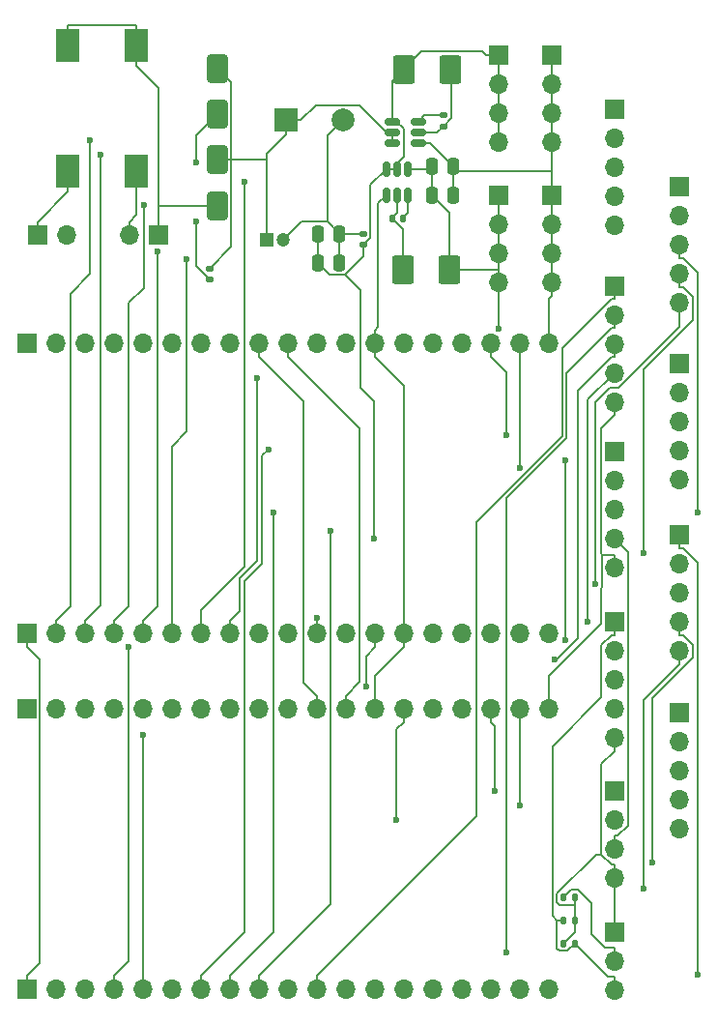
<source format=gbr>
%TF.GenerationSoftware,KiCad,Pcbnew,8.0.8*%
%TF.CreationDate,2025-02-17T20:57:00-08:00*%
%TF.ProjectId,pcbfrfr,70636266-7266-4722-9e6b-696361645f70,rev?*%
%TF.SameCoordinates,Original*%
%TF.FileFunction,Copper,L1,Top*%
%TF.FilePolarity,Positive*%
%FSLAX46Y46*%
G04 Gerber Fmt 4.6, Leading zero omitted, Abs format (unit mm)*
G04 Created by KiCad (PCBNEW 8.0.8) date 2025-02-17 20:57:00*
%MOMM*%
%LPD*%
G01*
G04 APERTURE LIST*
G04 Aperture macros list*
%AMRoundRect*
0 Rectangle with rounded corners*
0 $1 Rounding radius*
0 $2 $3 $4 $5 $6 $7 $8 $9 X,Y pos of 4 corners*
0 Add a 4 corners polygon primitive as box body*
4,1,4,$2,$3,$4,$5,$6,$7,$8,$9,$2,$3,0*
0 Add four circle primitives for the rounded corners*
1,1,$1+$1,$2,$3*
1,1,$1+$1,$4,$5*
1,1,$1+$1,$6,$7*
1,1,$1+$1,$8,$9*
0 Add four rect primitives between the rounded corners*
20,1,$1+$1,$2,$3,$4,$5,0*
20,1,$1+$1,$4,$5,$6,$7,0*
20,1,$1+$1,$6,$7,$8,$9,0*
20,1,$1+$1,$8,$9,$2,$3,0*%
G04 Aperture macros list end*
%TA.AperFunction,SMDPad,CuDef*%
%ADD10RoundRect,0.250000X-0.650000X1.000000X-0.650000X-1.000000X0.650000X-1.000000X0.650000X1.000000X0*%
%TD*%
%TA.AperFunction,ComponentPad*%
%ADD11O,1.700000X1.700000*%
%TD*%
%TA.AperFunction,ComponentPad*%
%ADD12R,1.700000X1.700000*%
%TD*%
%TA.AperFunction,SMDPad,CuDef*%
%ADD13R,2.000000X3.000000*%
%TD*%
%TA.AperFunction,SMDPad,CuDef*%
%ADD14RoundRect,0.150000X-0.512500X-0.150000X0.512500X-0.150000X0.512500X0.150000X-0.512500X0.150000X0*%
%TD*%
%TA.AperFunction,SMDPad,CuDef*%
%ADD15RoundRect,0.150000X-0.150000X0.512500X-0.150000X-0.512500X0.150000X-0.512500X0.150000X0.512500X0*%
%TD*%
%TA.AperFunction,SMDPad,CuDef*%
%ADD16RoundRect,0.250000X-0.700000X-1.000000X0.700000X-1.000000X0.700000X1.000000X-0.700000X1.000000X0*%
%TD*%
%TA.AperFunction,SMDPad,CuDef*%
%ADD17RoundRect,0.250000X0.700000X1.000000X-0.700000X1.000000X-0.700000X-1.000000X0.700000X-1.000000X0*%
%TD*%
%TA.AperFunction,SMDPad,CuDef*%
%ADD18RoundRect,0.140000X-0.140000X-0.170000X0.140000X-0.170000X0.140000X0.170000X-0.140000X0.170000X0*%
%TD*%
%TA.AperFunction,SMDPad,CuDef*%
%ADD19RoundRect,0.250000X-0.250000X-0.475000X0.250000X-0.475000X0.250000X0.475000X-0.250000X0.475000X0*%
%TD*%
%TA.AperFunction,SMDPad,CuDef*%
%ADD20RoundRect,0.140000X0.170000X-0.140000X0.170000X0.140000X-0.170000X0.140000X-0.170000X-0.140000X0*%
%TD*%
%TA.AperFunction,SMDPad,CuDef*%
%ADD21RoundRect,0.140000X-0.170000X0.140000X-0.170000X-0.140000X0.170000X-0.140000X0.170000X0.140000X0*%
%TD*%
%TA.AperFunction,ComponentPad*%
%ADD22C,2.000000*%
%TD*%
%TA.AperFunction,ComponentPad*%
%ADD23R,2.000000X2.000000*%
%TD*%
%TA.AperFunction,ComponentPad*%
%ADD24C,1.200000*%
%TD*%
%TA.AperFunction,ComponentPad*%
%ADD25R,1.200000X1.200000*%
%TD*%
%TA.AperFunction,ViaPad*%
%ADD26C,0.600000*%
%TD*%
%TA.AperFunction,Conductor*%
%ADD27C,0.200000*%
%TD*%
G04 APERTURE END LIST*
D10*
%TO.P,D3,1,K*%
%TO.N,Net-(D1-K)*%
X142500000Y-46500000D03*
%TO.P,D3,2,A*%
%TO.N,Net-(D3-A)*%
X142500000Y-50500000D03*
%TD*%
%TO.P,D1,1,K*%
%TO.N,Net-(D1-K)*%
X142500000Y-38500000D03*
%TO.P,D1,2,A*%
%TO.N,Net-(D1-A)*%
X142500000Y-42500000D03*
%TD*%
D11*
%TO.P,J21,2,Pin_2*%
%TO.N,GND*%
X134760000Y-53100000D03*
D12*
%TO.P,J21,1,Pin_1*%
%TO.N,Net-(D3-A)*%
X137300000Y-53100000D03*
%TD*%
D11*
%TO.P,J2,2,Pin_2*%
%TO.N,Net-(D1-A)*%
X129300000Y-53100000D03*
D12*
%TO.P,J2,1,Pin_1*%
%TO.N,Net-(J2-Pin_1)*%
X126760000Y-53100000D03*
%TD*%
D13*
%TO.P,J1,1*%
%TO.N,Net-(D3-A)*%
X129400000Y-36500000D03*
X135400000Y-36500000D03*
%TO.P,J1,2*%
%TO.N,GND*%
X135400000Y-47500000D03*
%TO.P,J1,3*%
%TO.N,Net-(J2-Pin_1)*%
X129400000Y-47500000D03*
%TD*%
D14*
%TO.P,U2,6,BST*%
%TO.N,Net-(U2-BST)*%
X160075000Y-43150000D03*
%TO.P,U2,5,SW*%
%TO.N,Net-(U2-SW)*%
X160075000Y-44100000D03*
%TO.P,U2,4,GND*%
%TO.N,GND*%
X160075000Y-45050000D03*
%TO.P,U2,3,IN*%
%TO.N,Net-(D1-K)*%
X157800000Y-45050000D03*
%TO.P,U2,2,EN*%
X157800000Y-44100000D03*
%TO.P,U2,1,FB*%
%TO.N,Net-(J11-Pin_4)*%
X157800000Y-43150000D03*
%TD*%
D15*
%TO.P,U1,6,BST*%
%TO.N,Net-(U1-BST)*%
X159200000Y-49600000D03*
%TO.P,U1,5,SW*%
%TO.N,Net-(U1-SW)*%
X158250000Y-49600000D03*
%TO.P,U1,4,GND*%
%TO.N,GND*%
X157300000Y-49600000D03*
%TO.P,U1,3,IN*%
%TO.N,Net-(J11-Pin_4)*%
X157300000Y-47325000D03*
%TO.P,U1,2,EN*%
X158250000Y-47325000D03*
%TO.P,U1,1,FB*%
%TO.N,3.3V*%
X159200000Y-47325000D03*
%TD*%
D16*
%TO.P,L3,2,2*%
%TO.N,3.3V*%
X162850000Y-56100000D03*
%TO.P,L3,1,1*%
%TO.N,Net-(U1-SW)*%
X158750000Y-56100000D03*
%TD*%
D17*
%TO.P,L1,2,2*%
%TO.N,Net-(J11-Pin_4)*%
X158800000Y-38600000D03*
%TO.P,L1,1,1*%
%TO.N,Net-(U2-SW)*%
X162900000Y-38600000D03*
%TD*%
D12*
%TO.P,J20,1,Pin_1*%
%TO.N,Net-(J20-Pin_1)*%
X183000000Y-94880000D03*
D11*
%TO.P,J20,2,Pin_2*%
%TO.N,Net-(J20-Pin_2)*%
X183000000Y-97420000D03*
%TO.P,J20,3,Pin_3*%
%TO.N,Net-(J20-Pin_3)*%
X183000000Y-99960000D03*
%TO.P,J20,4,Pin_4*%
%TO.N,Net-(J20-Pin_4)*%
X183000000Y-102500000D03*
%TO.P,J20,5,Pin_5*%
%TO.N,Net-(J20-Pin_5)*%
X183000000Y-105040000D03*
%TD*%
D12*
%TO.P,J19,1,Pin_1*%
%TO.N,Net-(J19-Pin_1)*%
X183000000Y-79340000D03*
D11*
%TO.P,J19,2,Pin_2*%
%TO.N,Net-(J19-Pin_2)*%
X183000000Y-81880000D03*
%TO.P,J19,3,Pin_3*%
%TO.N,Net-(J19-Pin_3)*%
X183000000Y-84420000D03*
%TO.P,J19,4,Pin_4*%
%TO.N,Net-(J19-Pin_4)*%
X183000000Y-86960000D03*
%TO.P,J19,5,Pin_5*%
%TO.N,Net-(J19-Pin_5)*%
X183000000Y-89500000D03*
%TD*%
D12*
%TO.P,J18,1,Pin_1*%
%TO.N,Net-(J18-Pin_1)*%
X183000000Y-64340000D03*
D11*
%TO.P,J18,2,Pin_2*%
%TO.N,Net-(J18-Pin_2)*%
X183000000Y-66880000D03*
%TO.P,J18,3,Pin_3*%
%TO.N,Net-(J18-Pin_3)*%
X183000000Y-69420000D03*
%TO.P,J18,4,Pin_4*%
%TO.N,Net-(J18-Pin_4)*%
X183000000Y-71960000D03*
%TO.P,J18,5,Pin_5*%
%TO.N,Net-(J18-Pin_5)*%
X183000000Y-74500000D03*
%TD*%
D12*
%TO.P,J17,1,Pin_1*%
%TO.N,Net-(J17-Pin_1)*%
X183000000Y-48880000D03*
D11*
%TO.P,J17,2,Pin_2*%
%TO.N,Net-(J17-Pin_2)*%
X183000000Y-51420000D03*
%TO.P,J17,3,Pin_3*%
%TO.N,Net-(J17-Pin_3)*%
X183000000Y-53960000D03*
%TO.P,J17,4,Pin_4*%
%TO.N,Net-(J17-Pin_4)*%
X183000000Y-56500000D03*
%TO.P,J17,5,Pin_5*%
%TO.N,Net-(J17-Pin_5)*%
X183000000Y-59040000D03*
%TD*%
D12*
%TO.P,J16,1,Pin_1*%
%TO.N,Net-(J16-Pin_1)*%
X177300000Y-42060000D03*
D11*
%TO.P,J16,2,Pin_2*%
%TO.N,Net-(J16-Pin_2)*%
X177300000Y-44600000D03*
%TO.P,J16,3,Pin_3*%
%TO.N,Net-(J16-Pin_3)*%
X177300000Y-47140000D03*
%TO.P,J16,4,Pin_4*%
%TO.N,Net-(J16-Pin_4)*%
X177300000Y-49680000D03*
%TO.P,J16,5,Pin_5*%
%TO.N,Net-(J16-Pin_5)*%
X177300000Y-52220000D03*
%TD*%
D12*
%TO.P,J15,1,Pin_1*%
%TO.N,GND*%
X171800000Y-49600000D03*
D11*
%TO.P,J15,2,Pin_2*%
X171800000Y-52140000D03*
%TO.P,J15,3,Pin_3*%
X171800000Y-54680000D03*
%TO.P,J15,4,Pin_4*%
X171800000Y-57220000D03*
%TD*%
D12*
%TO.P,J14,1,Pin_1*%
%TO.N,3.3V*%
X167150000Y-49600000D03*
D11*
%TO.P,J14,2,Pin_2*%
X167150000Y-52140000D03*
%TO.P,J14,3,Pin_3*%
X167150000Y-54680000D03*
%TO.P,J14,4,Pin_4*%
X167150000Y-57220000D03*
%TD*%
D12*
%TO.P,J13,1,Pin_1*%
%TO.N,GND*%
X171800000Y-37300000D03*
D11*
%TO.P,J13,2,Pin_2*%
X171800000Y-39840000D03*
%TO.P,J13,3,Pin_3*%
X171800000Y-42380000D03*
%TO.P,J13,4,Pin_4*%
X171800000Y-44920000D03*
%TD*%
D12*
%TO.P,J12,1,Pin_1*%
%TO.N,Net-(J11-Pin_4)*%
X167150000Y-37300000D03*
D11*
%TO.P,J12,2,Pin_2*%
X167150000Y-39840000D03*
%TO.P,J12,3,Pin_3*%
X167150000Y-42380000D03*
%TO.P,J12,4,Pin_4*%
X167150000Y-44920000D03*
%TD*%
D12*
%TO.P,J11,1,Pin_1*%
%TO.N,Net-(J11-Pin_1)*%
X177300000Y-72060000D03*
D11*
%TO.P,J11,2,Pin_2*%
%TO.N,Net-(J11-Pin_2)*%
X177300000Y-74600000D03*
%TO.P,J11,3,Pin_3*%
%TO.N,Net-(J11-Pin_3)*%
X177300000Y-77140000D03*
%TO.P,J11,4,Pin_4*%
%TO.N,Net-(J11-Pin_4)*%
X177300000Y-79680000D03*
%TO.P,J11,5,Pin_5*%
%TO.N,GND*%
X177300000Y-82220000D03*
%TD*%
D12*
%TO.P,J10,1,Pin_1*%
%TO.N,Net-(J10-Pin_1)*%
X177300000Y-57525000D03*
D11*
%TO.P,J10,2,Pin_2*%
%TO.N,Net-(J10-Pin_2)*%
X177300000Y-60065000D03*
%TO.P,J10,3,Pin_3*%
%TO.N,Net-(J10-Pin_3)*%
X177300000Y-62605000D03*
%TO.P,J10,4,Pin_4*%
%TO.N,3.3V*%
X177300000Y-65145000D03*
%TO.P,J10,5,Pin_5*%
%TO.N,GND*%
X177300000Y-67685000D03*
%TD*%
D12*
%TO.P,J9,1,Pin_1*%
%TO.N,GND*%
X177300000Y-114100000D03*
D11*
%TO.P,J9,2,Pin_2*%
%TO.N,Net-(J4-Pin_3)*%
X177300000Y-116640000D03*
%TO.P,J9,3,Pin_3*%
%TO.N,3.3V*%
X177300000Y-119180000D03*
%TD*%
%TO.P,J7,19,Pin_19*%
%TO.N,GND*%
X171540000Y-62600000D03*
%TO.P,J7,18,Pin_18*%
%TO.N,Net-(J18-Pin_5)*%
X169000000Y-62600000D03*
%TO.P,J7,17,Pin_17*%
%TO.N,Net-(J18-Pin_4)*%
X166460000Y-62600000D03*
%TO.P,J7,16,Pin_16*%
%TO.N,Net-(J18-Pin_3)*%
X163920000Y-62600000D03*
%TO.P,J7,15,Pin_15*%
%TO.N,Net-(J18-Pin_2)*%
X161380000Y-62600000D03*
%TO.P,J7,14,Pin_14*%
%TO.N,Net-(J18-Pin_1)*%
X158840000Y-62600000D03*
%TO.P,J7,13,Pin_13*%
%TO.N,GND*%
X156300000Y-62600000D03*
%TO.P,J7,12,Pin_12*%
%TO.N,unconnected-(J7-Pin_12-Pad12)*%
X153760000Y-62600000D03*
%TO.P,J7,11,Pin_11*%
%TO.N,unconnected-(J7-Pin_11-Pad11)*%
X151220000Y-62600000D03*
%TO.P,J7,10,Pin_10*%
%TO.N,Net-(J5-Pin_12)*%
X148680000Y-62600000D03*
%TO.P,J7,9,Pin_9*%
%TO.N,Net-(J5-Pin_11)*%
X146140000Y-62600000D03*
%TO.P,J7,8,Pin_8*%
%TO.N,unconnected-(J7-Pin_8-Pad8)*%
X143600000Y-62600000D03*
%TO.P,J7,7,Pin_7*%
%TO.N,unconnected-(J7-Pin_7-Pad7)*%
X141060000Y-62600000D03*
%TO.P,J7,6,Pin_6*%
%TO.N,unconnected-(J7-Pin_6-Pad6)*%
X138520000Y-62600000D03*
%TO.P,J7,5,Pin_5*%
%TO.N,Net-(J6-Pin_2)*%
X135980000Y-62600000D03*
%TO.P,J7,4,Pin_4*%
%TO.N,unconnected-(J7-Pin_4-Pad4)*%
X133440000Y-62600000D03*
%TO.P,J7,3,Pin_3*%
%TO.N,unconnected-(J7-Pin_3-Pad3)*%
X130900000Y-62600000D03*
%TO.P,J7,2,Pin_2*%
%TO.N,unconnected-(J7-Pin_2-Pad2)*%
X128360000Y-62600000D03*
D12*
%TO.P,J7,1,Pin_1*%
%TO.N,unconnected-(J7-Pin_1-Pad1)*%
X125820000Y-62600000D03*
%TD*%
%TO.P,J6,1,Pin_1*%
%TO.N,3.3V*%
X177300000Y-86940000D03*
D11*
%TO.P,J6,2,Pin_2*%
%TO.N,Net-(J6-Pin_2)*%
X177300000Y-89480000D03*
%TO.P,J6,3,Pin_3*%
%TO.N,Net-(J3-Pin_15)*%
X177300000Y-92020000D03*
%TO.P,J6,4,Pin_4*%
%TO.N,Net-(J3-Pin_13)*%
X177300000Y-94560000D03*
%TO.P,J6,5,Pin_5*%
%TO.N,GND*%
X177300000Y-97100000D03*
%TD*%
%TO.P,J5,19,Pin_19*%
%TO.N,GND*%
X171520000Y-94600000D03*
%TO.P,J5,18,Pin_18*%
%TO.N,Net-(J20-Pin_5)*%
X168980000Y-94600000D03*
%TO.P,J5,17,Pin_17*%
%TO.N,Net-(J5-Pin_17)*%
X166440000Y-94600000D03*
%TO.P,J5,16,Pin_16*%
%TO.N,Net-(J20-Pin_4)*%
X163900000Y-94600000D03*
%TO.P,J5,15,Pin_15*%
%TO.N,Net-(J20-Pin_3)*%
X161360000Y-94600000D03*
%TO.P,J5,14,Pin_14*%
%TO.N,Net-(J5-Pin_14)*%
X158820000Y-94600000D03*
%TO.P,J5,13,Pin_13*%
%TO.N,GND*%
X156280000Y-94600000D03*
%TO.P,J5,12,Pin_12*%
%TO.N,Net-(J5-Pin_12)*%
X153740000Y-94600000D03*
%TO.P,J5,11,Pin_11*%
%TO.N,Net-(J5-Pin_11)*%
X151200000Y-94600000D03*
%TO.P,J5,10,Pin_10*%
%TO.N,Net-(J20-Pin_2)*%
X148660000Y-94600000D03*
%TO.P,J5,9,Pin_9*%
%TO.N,Net-(J20-Pin_1)*%
X146120000Y-94600000D03*
%TO.P,J5,8,Pin_8*%
%TO.N,unconnected-(J5-Pin_8-Pad8)*%
X143580000Y-94600000D03*
%TO.P,J5,7,Pin_7*%
%TO.N,Net-(J10-Pin_3)*%
X141040000Y-94600000D03*
%TO.P,J5,6,Pin_6*%
%TO.N,unconnected-(J5-Pin_6-Pad6)*%
X138500000Y-94600000D03*
%TO.P,J5,5,Pin_5*%
%TO.N,unconnected-(J5-Pin_5-Pad5)*%
X135960000Y-94600000D03*
%TO.P,J5,4,Pin_4*%
%TO.N,unconnected-(J5-Pin_4-Pad4)*%
X133420000Y-94600000D03*
%TO.P,J5,3,Pin_3*%
%TO.N,unconnected-(J5-Pin_3-Pad3)*%
X130880000Y-94600000D03*
%TO.P,J5,2,Pin_2*%
%TO.N,unconnected-(J5-Pin_2-Pad2)*%
X128340000Y-94600000D03*
D12*
%TO.P,J5,1,Pin_1*%
%TO.N,unconnected-(J5-Pin_1-Pad1)*%
X125800000Y-94600000D03*
%TD*%
D11*
%TO.P,J4,19,Pin_19*%
%TO.N,unconnected-(J4-Pin_19-Pad19)*%
X171520000Y-119100000D03*
%TO.P,J4,18,Pin_18*%
%TO.N,unconnected-(J4-Pin_18-Pad18)*%
X168980000Y-119100000D03*
%TO.P,J4,17,Pin_17*%
%TO.N,unconnected-(J4-Pin_17-Pad17)*%
X166440000Y-119100000D03*
%TO.P,J4,16,Pin_16*%
%TO.N,unconnected-(J4-Pin_16-Pad16)*%
X163900000Y-119100000D03*
%TO.P,J4,15,Pin_15*%
%TO.N,unconnected-(J4-Pin_15-Pad15)*%
X161360000Y-119100000D03*
%TO.P,J4,14,Pin_14*%
%TO.N,GND*%
X158820000Y-119100000D03*
%TO.P,J4,13,Pin_13*%
%TO.N,unconnected-(J4-Pin_13-Pad13)*%
X156280000Y-119100000D03*
%TO.P,J4,12,Pin_12*%
%TO.N,Net-(J19-Pin_5)*%
X153740000Y-119100000D03*
%TO.P,J4,11,Pin_11*%
%TO.N,Net-(J10-Pin_1)*%
X151200000Y-119100000D03*
%TO.P,J4,10,Pin_10*%
%TO.N,Net-(J10-Pin_2)*%
X148660000Y-119100000D03*
%TO.P,J4,9,Pin_9*%
%TO.N,Net-(J11-Pin_3)*%
X146120000Y-119100000D03*
%TO.P,J4,8,Pin_8*%
%TO.N,Net-(J11-Pin_2)*%
X143580000Y-119100000D03*
%TO.P,J4,7,Pin_7*%
%TO.N,Net-(J11-Pin_1)*%
X141040000Y-119100000D03*
%TO.P,J4,6,Pin_6*%
%TO.N,Net-(J19-Pin_4)*%
X138500000Y-119100000D03*
%TO.P,J4,5,Pin_5*%
%TO.N,Net-(J19-Pin_3)*%
X135960000Y-119100000D03*
%TO.P,J4,4,Pin_4*%
%TO.N,Net-(J19-Pin_2)*%
X133420000Y-119100000D03*
%TO.P,J4,3,Pin_3*%
%TO.N,Net-(J4-Pin_3)*%
X130880000Y-119100000D03*
%TO.P,J4,2,Pin_2*%
%TO.N,Net-(J19-Pin_1)*%
X128340000Y-119100000D03*
D12*
%TO.P,J4,1,Pin_1*%
%TO.N,3.3V*%
X125800000Y-119100000D03*
%TD*%
D11*
%TO.P,J3,19,Pin_19*%
%TO.N,unconnected-(J3-Pin_19-Pad19)*%
X171540000Y-88000000D03*
%TO.P,J3,18,Pin_18*%
%TO.N,unconnected-(J3-Pin_18-Pad18)*%
X169000000Y-88000000D03*
%TO.P,J3,17,Pin_17*%
%TO.N,unconnected-(J3-Pin_17-Pad17)*%
X166460000Y-88000000D03*
%TO.P,J3,16,Pin_16*%
%TO.N,unconnected-(J3-Pin_16-Pad16)*%
X163920000Y-88000000D03*
%TO.P,J3,15,Pin_15*%
%TO.N,Net-(J3-Pin_15)*%
X161380000Y-88000000D03*
%TO.P,J3,14,Pin_14*%
%TO.N,GND*%
X158840000Y-88000000D03*
%TO.P,J3,13,Pin_13*%
%TO.N,Net-(J3-Pin_13)*%
X156300000Y-88000000D03*
%TO.P,J3,12,Pin_12*%
%TO.N,unconnected-(J3-Pin_12-Pad12)*%
X153760000Y-88000000D03*
%TO.P,J3,11,Pin_11*%
%TO.N,Net-(J17-Pin_5)*%
X151220000Y-88000000D03*
%TO.P,J3,10,Pin_10*%
%TO.N,Net-(J17-Pin_4)*%
X148680000Y-88000000D03*
%TO.P,J3,9,Pin_9*%
%TO.N,Net-(J17-Pin_3)*%
X146140000Y-88000000D03*
%TO.P,J3,8,Pin_8*%
%TO.N,Net-(J17-Pin_2)*%
X143600000Y-88000000D03*
%TO.P,J3,7,Pin_7*%
%TO.N,Net-(J17-Pin_1)*%
X141060000Y-88000000D03*
%TO.P,J3,6,Pin_6*%
%TO.N,Net-(J16-Pin_5)*%
X138520000Y-88000000D03*
%TO.P,J3,5,Pin_5*%
%TO.N,Net-(J16-Pin_4)*%
X135980000Y-88000000D03*
%TO.P,J3,4,Pin_4*%
%TO.N,Net-(J16-Pin_3)*%
X133440000Y-88000000D03*
%TO.P,J3,3,Pin_3*%
%TO.N,Net-(J16-Pin_2)*%
X130900000Y-88000000D03*
%TO.P,J3,2,Pin_2*%
%TO.N,Net-(J16-Pin_1)*%
X128360000Y-88000000D03*
D12*
%TO.P,J3,1,Pin_1*%
%TO.N,3.3V*%
X125820000Y-88000000D03*
%TD*%
D18*
%TO.P,C13,1*%
%TO.N,GND*%
X172840000Y-115100000D03*
%TO.P,C13,2*%
%TO.N,3.3V*%
X173800000Y-115100000D03*
%TD*%
%TO.P,C12,1*%
%TO.N,3.3V*%
X172840000Y-113100000D03*
%TO.P,C12,2*%
%TO.N,GND*%
X173800000Y-113100000D03*
%TD*%
%TO.P,C11,1*%
%TO.N,Net-(J4-Pin_3)*%
X172840000Y-111100000D03*
%TO.P,C11,2*%
%TO.N,GND*%
X173800000Y-111100000D03*
%TD*%
D19*
%TO.P,C10,2*%
%TO.N,GND*%
X163200000Y-49600000D03*
%TO.P,C10,1*%
%TO.N,3.3V*%
X161300000Y-49600000D03*
%TD*%
%TO.P,C9,2*%
%TO.N,GND*%
X163200000Y-47100000D03*
%TO.P,C9,1*%
%TO.N,3.3V*%
X161300000Y-47100000D03*
%TD*%
D18*
%TO.P,C8,2*%
%TO.N,Net-(U1-BST)*%
X158760000Y-51600000D03*
%TO.P,C8,1*%
%TO.N,Net-(U1-SW)*%
X157800000Y-51600000D03*
%TD*%
D20*
%TO.P,C7,2*%
%TO.N,GND*%
X155300000Y-53000000D03*
%TO.P,C7,1*%
%TO.N,Net-(J11-Pin_4)*%
X155300000Y-53960000D03*
%TD*%
D21*
%TO.P,C6,2*%
%TO.N,GND*%
X141800000Y-56960000D03*
%TO.P,C6,1*%
%TO.N,Net-(D1-K)*%
X141800000Y-56000000D03*
%TD*%
D22*
%TO.P,C5,2*%
%TO.N,GND*%
X153500000Y-43000000D03*
D23*
%TO.P,C5,1*%
%TO.N,Net-(D1-K)*%
X148500000Y-43000000D03*
%TD*%
D19*
%TO.P,C4,2*%
%TO.N,GND*%
X153200000Y-55500000D03*
%TO.P,C4,1*%
%TO.N,Net-(J11-Pin_4)*%
X151300000Y-55500000D03*
%TD*%
%TO.P,C3,2*%
%TO.N,GND*%
X153200000Y-53000000D03*
%TO.P,C3,1*%
%TO.N,Net-(J11-Pin_4)*%
X151300000Y-53000000D03*
%TD*%
D20*
%TO.P,C2,2*%
%TO.N,Net-(U2-BST)*%
X162300000Y-42600000D03*
%TO.P,C2,1*%
%TO.N,Net-(U2-SW)*%
X162300000Y-43560000D03*
%TD*%
D24*
%TO.P,C1,2*%
%TO.N,GND*%
X148300000Y-53500000D03*
D25*
%TO.P,C1,1*%
%TO.N,Net-(D1-K)*%
X146800000Y-53500000D03*
%TD*%
D12*
%TO.P,J8,1,Pin_1*%
%TO.N,Net-(J5-Pin_17)*%
X177300000Y-101740000D03*
D11*
%TO.P,J8,2,Pin_2*%
%TO.N,Net-(J5-Pin_14)*%
X177300000Y-104280000D03*
%TO.P,J8,3,Pin_3*%
%TO.N,Net-(J11-Pin_4)*%
X177300000Y-106820000D03*
%TO.P,J8,4,Pin_4*%
%TO.N,GND*%
X177300000Y-109360000D03*
%TD*%
D26*
%TO.N,Net-(J18-Pin_5)*%
X169000000Y-73441900D03*
%TO.N,Net-(J18-Pin_4)*%
X167827500Y-70570200D03*
%TO.N,Net-(J6-Pin_2)*%
X173021500Y-72840200D03*
X173021500Y-88585500D03*
%TO.N,Net-(J5-Pin_17)*%
X166761600Y-101740000D03*
%TO.N,Net-(J20-Pin_5)*%
X168980000Y-103009900D03*
%TO.N,Net-(J10-Pin_3)*%
X172046800Y-90239800D03*
%TO.N,Net-(J5-Pin_14)*%
X158191900Y-104280000D03*
%TO.N,Net-(J19-Pin_5)*%
X179861500Y-110288500D03*
%TO.N,Net-(J11-Pin_3)*%
X152376500Y-78982100D03*
%TO.N,Net-(J19-Pin_1)*%
X184607700Y-117864500D03*
%TO.N,Net-(J10-Pin_2)*%
X167827500Y-115885300D03*
%TO.N,Net-(J11-Pin_2)*%
X147390000Y-77386700D03*
%TO.N,Net-(J19-Pin_3)*%
X135960000Y-96814600D03*
%TO.N,Net-(J19-Pin_2)*%
X134690000Y-89151700D03*
%TO.N,Net-(J11-Pin_1)*%
X146978400Y-71864400D03*
%TO.N,Net-(J19-Pin_4)*%
X180566400Y-107994900D03*
%TO.N,Net-(J17-Pin_5)*%
X151220000Y-86632700D03*
X175625400Y-83665600D03*
%TO.N,Net-(J17-Pin_3)*%
X184572100Y-77380200D03*
%TO.N,Net-(J17-Pin_4)*%
X179866900Y-80950000D03*
%TO.N,Net-(J17-Pin_1)*%
X144868500Y-48410200D03*
%TO.N,Net-(J16-Pin_5)*%
X139791600Y-55162100D03*
%TO.N,Net-(J3-Pin_13)*%
X155497500Y-92642700D03*
%TO.N,Net-(J16-Pin_2)*%
X132243900Y-46071700D03*
%TO.N,Net-(J16-Pin_4)*%
X137250000Y-54519900D03*
%TO.N,Net-(J16-Pin_1)*%
X131352600Y-44801900D03*
%TO.N,Net-(J16-Pin_3)*%
X136031600Y-50484400D03*
%TO.N,Net-(J17-Pin_2)*%
X145938300Y-65577400D03*
%TO.N,Net-(D1-A)*%
X140628100Y-46688200D03*
%TO.N,3.3V*%
X174954100Y-86940000D03*
X167150000Y-61313700D03*
%TO.N,Net-(J11-Pin_4)*%
X156253300Y-79680000D03*
%TO.N,GND*%
X140628100Y-51927300D03*
%TD*%
D27*
%TO.N,Net-(D3-A)*%
X135400000Y-36500000D02*
X135400000Y-38301700D01*
X129400000Y-34698300D02*
X135400000Y-34698300D01*
X129400000Y-36500000D02*
X129400000Y-34698300D01*
X135400000Y-36500000D02*
X135400000Y-34698300D01*
X137300000Y-50500000D02*
X142500000Y-50500000D01*
X137300000Y-40201700D02*
X137300000Y-50500000D01*
X135400000Y-38301700D02*
X137300000Y-40201700D01*
X137300000Y-50500000D02*
X137300000Y-53100000D01*
%TO.N,Net-(J18-Pin_5)*%
X169000000Y-62600000D02*
X169000000Y-73441900D01*
%TO.N,Net-(J18-Pin_4)*%
X167827500Y-65119200D02*
X167827500Y-70570200D01*
X166460000Y-63751700D02*
X167827500Y-65119200D01*
X166460000Y-62600000D02*
X166460000Y-63751700D01*
%TO.N,Net-(J6-Pin_2)*%
X173021500Y-88585500D02*
X173021500Y-72840200D01*
%TO.N,Net-(J5-Pin_12)*%
X153740000Y-94600000D02*
X153740000Y-93448300D01*
X148680000Y-62600000D02*
X148680000Y-63751700D01*
X154957700Y-70029400D02*
X148680000Y-63751700D01*
X154957700Y-92230600D02*
X154957700Y-70029400D01*
X153740000Y-93448300D02*
X154957700Y-92230600D01*
%TO.N,Net-(J5-Pin_11)*%
X150048300Y-67660000D02*
X146140000Y-63751700D01*
X150048300Y-92296600D02*
X150048300Y-67660000D01*
X151200000Y-93448300D02*
X150048300Y-92296600D01*
X151200000Y-94600000D02*
X151200000Y-93448300D01*
X146140000Y-62600000D02*
X146140000Y-63751700D01*
%TO.N,Net-(J5-Pin_17)*%
X166440000Y-94600000D02*
X166440000Y-95751700D01*
X166761600Y-96073300D02*
X166761600Y-101740000D01*
X166440000Y-95751700D02*
X166761600Y-96073300D01*
%TO.N,Net-(J20-Pin_5)*%
X168980000Y-94600000D02*
X168980000Y-103009900D01*
%TO.N,Net-(J10-Pin_3)*%
X177300000Y-62605000D02*
X177300000Y-63756700D01*
X177014100Y-63756700D02*
X177300000Y-63756700D01*
X174080800Y-66690000D02*
X177014100Y-63756700D01*
X174080800Y-88377100D02*
X174080800Y-66690000D01*
X172218100Y-90239800D02*
X174080800Y-88377100D01*
X172046800Y-90239800D02*
X172218100Y-90239800D01*
%TO.N,Net-(J5-Pin_14)*%
X158820000Y-94600000D02*
X158820000Y-95751700D01*
X158191900Y-96379800D02*
X158191900Y-104280000D01*
X158820000Y-95751700D02*
X158191900Y-96379800D01*
%TO.N,Net-(J19-Pin_5)*%
X183000000Y-89500000D02*
X183000000Y-90651700D01*
X179861500Y-93790200D02*
X179861500Y-110288500D01*
X183000000Y-90651700D02*
X179861500Y-93790200D01*
%TO.N,Net-(J11-Pin_3)*%
X146120000Y-119100000D02*
X146120000Y-117948300D01*
X152376500Y-111691800D02*
X146120000Y-117948300D01*
X152376500Y-78982100D02*
X152376500Y-111691800D01*
%TO.N,Net-(J19-Pin_1)*%
X183000000Y-79340000D02*
X183000000Y-80491700D01*
X184607700Y-81811500D02*
X184607700Y-117864500D01*
X183287900Y-80491700D02*
X184607700Y-81811500D01*
X183000000Y-80491700D02*
X183287900Y-80491700D01*
%TO.N,Net-(J10-Pin_2)*%
X177300000Y-60065000D02*
X177300000Y-61216700D01*
X167827500Y-76140000D02*
X167827500Y-115885300D01*
X173093400Y-70874100D02*
X167827500Y-76140000D01*
X173093400Y-65154800D02*
X173093400Y-70874100D01*
X177031500Y-61216700D02*
X173093400Y-65154800D01*
X177300000Y-61216700D02*
X177031500Y-61216700D01*
%TO.N,Net-(J11-Pin_2)*%
X147390000Y-114138300D02*
X147390000Y-77386700D01*
X143580000Y-117948300D02*
X147390000Y-114138300D01*
X143580000Y-119100000D02*
X143580000Y-117948300D01*
%TO.N,Net-(J19-Pin_3)*%
X135960000Y-96814600D02*
X135960000Y-119100000D01*
%TO.N,Net-(J19-Pin_2)*%
X133420000Y-119100000D02*
X133420000Y-117948300D01*
X134690000Y-116678300D02*
X134690000Y-89151700D01*
X133420000Y-117948300D02*
X134690000Y-116678300D01*
%TO.N,Net-(J11-Pin_1)*%
X141040000Y-119100000D02*
X141040000Y-117948300D01*
X144867600Y-114120700D02*
X141040000Y-117948300D01*
X144867600Y-83406500D02*
X144867600Y-114120700D01*
X146422700Y-81851400D02*
X144867600Y-83406500D01*
X146422700Y-72420100D02*
X146422700Y-81851400D01*
X146978400Y-71864400D02*
X146422700Y-72420100D01*
%TO.N,Net-(J19-Pin_4)*%
X180566400Y-93653400D02*
X180566400Y-107994900D01*
X184157500Y-90062300D02*
X180566400Y-93653400D01*
X184157500Y-88981300D02*
X184157500Y-90062300D01*
X183287900Y-88111700D02*
X184157500Y-88981300D01*
X183000000Y-88111700D02*
X183287900Y-88111700D01*
X183000000Y-86960000D02*
X183000000Y-88111700D01*
%TO.N,Net-(J10-Pin_1)*%
X151200000Y-119100000D02*
X151200000Y-117948300D01*
X177300000Y-57525000D02*
X177300000Y-58676700D01*
X165170000Y-103978300D02*
X151200000Y-117948300D01*
X165170000Y-78195800D02*
X165170000Y-103978300D01*
X172691700Y-70674100D02*
X165170000Y-78195800D01*
X172691700Y-62997100D02*
X172691700Y-70674100D01*
X177012100Y-58676700D02*
X172691700Y-62997100D01*
X177300000Y-58676700D02*
X177012100Y-58676700D01*
%TO.N,Net-(J17-Pin_5)*%
X151220000Y-88000000D02*
X151220000Y-86848300D01*
X151220000Y-86848300D02*
X151220000Y-86632700D01*
X183000000Y-61079500D02*
X183000000Y-59040000D01*
X177664500Y-66415000D02*
X183000000Y-61079500D01*
X175625400Y-67696800D02*
X176907200Y-66415000D01*
X175625400Y-83665600D02*
X175625400Y-67696800D01*
%TO.N,Net-(J17-Pin_3)*%
X183000000Y-53960000D02*
X183000000Y-55111700D01*
X184572100Y-56415300D02*
X184572100Y-77380200D01*
X183268500Y-55111700D02*
X184572100Y-56415300D01*
X183000000Y-55111700D02*
X183268500Y-55111700D01*
%TO.N,Net-(J17-Pin_4)*%
X179866900Y-64834000D02*
X179866900Y-80950000D01*
X184151700Y-60549200D02*
X179866900Y-64834000D01*
X184151700Y-58515400D02*
X184151700Y-60549200D01*
X183288000Y-57651700D02*
X184151700Y-58515400D01*
X183000000Y-57651700D02*
X183288000Y-57651700D01*
X183000000Y-56500000D02*
X183000000Y-57651700D01*
%TO.N,Net-(J17-Pin_1)*%
X141060000Y-88000000D02*
X141060000Y-86848300D01*
X141060000Y-85936700D02*
X141060000Y-86848300D01*
X144868500Y-82128200D02*
X141060000Y-85936700D01*
X144868500Y-48410200D02*
X144868500Y-82128200D01*
%TO.N,Net-(J16-Pin_5)*%
X139791600Y-70307700D02*
X139791600Y-55162100D01*
X138520000Y-71579300D02*
X139791600Y-70307700D01*
X138520000Y-88000000D02*
X138520000Y-71579300D01*
%TO.N,Net-(J3-Pin_13)*%
X156300000Y-88000000D02*
X156300000Y-89151700D01*
X155497500Y-89954200D02*
X155497500Y-92642700D01*
X156300000Y-89151700D02*
X155497500Y-89954200D01*
%TO.N,Net-(J16-Pin_2)*%
X130900000Y-88000000D02*
X130900000Y-86848300D01*
X132243900Y-85504400D02*
X132243900Y-46071700D01*
X130900000Y-86848300D02*
X132243900Y-85504400D01*
%TO.N,Net-(J16-Pin_4)*%
X135980000Y-88000000D02*
X135980000Y-86848300D01*
X137250000Y-85578300D02*
X137250000Y-54519900D01*
X135980000Y-86848300D02*
X137250000Y-85578300D01*
%TO.N,Net-(J16-Pin_1)*%
X128360000Y-88000000D02*
X128360000Y-86848300D01*
X131352600Y-56493300D02*
X131352600Y-44801900D01*
X129630000Y-58215900D02*
X131352600Y-56493300D01*
X129630000Y-85578300D02*
X129630000Y-58215900D01*
X128360000Y-86848300D02*
X129630000Y-85578300D01*
%TO.N,Net-(J16-Pin_3)*%
X133440000Y-88000000D02*
X133440000Y-86848300D01*
X136031600Y-57702100D02*
X136031600Y-50484400D01*
X134710000Y-59023700D02*
X136031600Y-57702100D01*
X134710000Y-85578300D02*
X134710000Y-59023700D01*
X133440000Y-86848300D02*
X134710000Y-85578300D01*
%TO.N,Net-(J17-Pin_2)*%
X144426100Y-86022200D02*
X143600000Y-86848300D01*
X144426100Y-83138600D02*
X144426100Y-86022200D01*
X145938300Y-81626400D02*
X144426100Y-83138600D01*
X145938300Y-65577400D02*
X145938300Y-81626400D01*
X143600000Y-88000000D02*
X143600000Y-86848300D01*
%TO.N,Net-(J2-Pin_1)*%
X129400000Y-49308300D02*
X126760000Y-51948300D01*
X129400000Y-47500000D02*
X129400000Y-49308300D01*
X126760000Y-53100000D02*
X126760000Y-51948300D01*
%TO.N,Net-(D1-A)*%
X140628100Y-44371900D02*
X140628100Y-46688200D01*
X142500000Y-42500000D02*
X140628100Y-44371900D01*
%TO.N,Net-(J4-Pin_3)*%
X176485500Y-115488300D02*
X177300000Y-115488300D01*
X175265300Y-114268100D02*
X176485500Y-115488300D01*
X175265300Y-111599800D02*
X175265300Y-114268100D01*
X174103600Y-110438100D02*
X175265300Y-111599800D01*
X173501900Y-110438100D02*
X174103600Y-110438100D01*
X172840000Y-111100000D02*
X173501900Y-110438100D01*
X177300000Y-116640000D02*
X177300000Y-115488300D01*
%TO.N,3.3V*%
X177300000Y-119180000D02*
X177300000Y-118028300D01*
X176728300Y-118028300D02*
X177300000Y-118028300D01*
X173800000Y-115100000D02*
X176728300Y-118028300D01*
X126951700Y-116796600D02*
X125800000Y-117948300D01*
X126951700Y-90283400D02*
X126951700Y-116796600D01*
X125820000Y-89151700D02*
X126951700Y-90283400D01*
X125820000Y-88000000D02*
X125820000Y-89151700D01*
X125800000Y-119100000D02*
X125800000Y-117948300D01*
X167150000Y-54680000D02*
X167150000Y-52140000D01*
X167150000Y-52140000D02*
X167150000Y-49600000D01*
X167150000Y-56100000D02*
X167150000Y-54680000D01*
X177300000Y-87515800D02*
X177300000Y-88091700D01*
X177300000Y-87515800D02*
X177300000Y-86940000D01*
X167150000Y-56100000D02*
X162850000Y-56100000D01*
X162850000Y-51150000D02*
X161300000Y-49600000D01*
X162850000Y-56100000D02*
X162850000Y-51150000D01*
X161300000Y-47325000D02*
X159200000Y-47325000D01*
X161300000Y-47100000D02*
X161300000Y-47325000D01*
X161300000Y-47325000D02*
X161300000Y-49600000D01*
X172840000Y-113100000D02*
X172254600Y-113100000D01*
X172254600Y-115521000D02*
X172254600Y-113100000D01*
X172473400Y-115739800D02*
X172254600Y-115521000D01*
X173160200Y-115739800D02*
X172473400Y-115739800D01*
X173800000Y-115100000D02*
X173160200Y-115739800D01*
X174954100Y-67490900D02*
X174954100Y-86940000D01*
X177300000Y-65145000D02*
X174954100Y-67490900D01*
X171852900Y-112698300D02*
X172254600Y-113100000D01*
X171852900Y-97871200D02*
X171852900Y-112698300D01*
X176148300Y-93575800D02*
X171852900Y-97871200D01*
X176148300Y-88955400D02*
X176148300Y-93575800D01*
X177012000Y-88091700D02*
X176148300Y-88955400D01*
X177300000Y-88091700D02*
X177012000Y-88091700D01*
X167150000Y-56100000D02*
X167150000Y-57220000D01*
X167150000Y-57220000D02*
X167150000Y-61313700D01*
%TO.N,Net-(U1-BST)*%
X159200000Y-51160000D02*
X159200000Y-49600000D01*
X158760000Y-51600000D02*
X159200000Y-51160000D01*
%TO.N,Net-(U1-SW)*%
X158250000Y-51150000D02*
X158250000Y-49600000D01*
X157800000Y-51600000D02*
X158250000Y-51150000D01*
X158750000Y-52550000D02*
X157800000Y-51600000D01*
X158750000Y-56100000D02*
X158750000Y-52550000D01*
%TO.N,Net-(J11-Pin_4)*%
X151300000Y-53000000D02*
X151300000Y-55500000D01*
X167150000Y-44920000D02*
X167150000Y-42380000D01*
X167150000Y-42380000D02*
X167150000Y-39840000D01*
X167150000Y-39840000D02*
X167150000Y-37300000D01*
X177568500Y-105668300D02*
X177300000Y-105668300D01*
X178462500Y-104774300D02*
X177568500Y-105668300D01*
X178462500Y-80842500D02*
X178462500Y-104774300D01*
X177300000Y-79680000D02*
X178462500Y-80842500D01*
X177300000Y-106820000D02*
X177300000Y-105668300D01*
X158175900Y-43150000D02*
X157800000Y-43150000D01*
X158813800Y-43787900D02*
X158175900Y-43150000D01*
X158813800Y-46252800D02*
X158813800Y-43787900D01*
X158250000Y-46816600D02*
X158813800Y-46252800D01*
X158250000Y-47325000D02*
X158250000Y-46816600D01*
X157800000Y-39600000D02*
X158800000Y-38600000D01*
X157800000Y-43150000D02*
X157800000Y-39600000D01*
X165717100Y-37018800D02*
X165998300Y-37300000D01*
X160381200Y-37018800D02*
X165717100Y-37018800D01*
X158800000Y-38600000D02*
X160381200Y-37018800D01*
X167150000Y-37300000D02*
X165998300Y-37300000D01*
X155300000Y-54960800D02*
X153707200Y-56553600D01*
X155300000Y-53960000D02*
X155300000Y-54960800D01*
X152353600Y-56553600D02*
X151300000Y-55500000D01*
X153707200Y-56553600D02*
X152353600Y-56553600D01*
X158250000Y-47325000D02*
X157300000Y-47325000D01*
X155912200Y-53347800D02*
X155300000Y-53960000D01*
X155912200Y-48712800D02*
X155912200Y-53347800D01*
X157300000Y-47325000D02*
X155912200Y-48712800D01*
X156253300Y-67669700D02*
X156253300Y-79680000D01*
X155030000Y-66446400D02*
X156253300Y-67669700D01*
X155030000Y-57876400D02*
X155030000Y-66446400D01*
X153707200Y-56553600D02*
X155030000Y-57876400D01*
%TO.N,Net-(U2-BST)*%
X160625000Y-42600000D02*
X160075000Y-43150000D01*
X162300000Y-42600000D02*
X160625000Y-42600000D01*
%TO.N,Net-(U2-SW)*%
X161760000Y-44100000D02*
X160075000Y-44100000D01*
X162300000Y-43560000D02*
X161760000Y-44100000D01*
X162987000Y-42873000D02*
X162300000Y-43560000D01*
X162987000Y-38687000D02*
X162987000Y-42873000D01*
X162900000Y-38600000D02*
X162987000Y-38687000D01*
%TO.N,GND*%
X153200000Y-55500000D02*
X153200000Y-53000000D01*
X173800000Y-114140000D02*
X172840000Y-115100000D01*
X173800000Y-113100000D02*
X173800000Y-114140000D01*
X156280000Y-91711700D02*
X156280000Y-94600000D01*
X158840000Y-89151700D02*
X156280000Y-91711700D01*
X158840000Y-88000000D02*
X158840000Y-89151700D01*
X171540000Y-58631700D02*
X171800000Y-58371700D01*
X171540000Y-62600000D02*
X171540000Y-58631700D01*
X171800000Y-42380000D02*
X171800000Y-39840000D01*
X171800000Y-39840000D02*
X171800000Y-37300000D01*
X171800000Y-42380000D02*
X171800000Y-44920000D01*
X171800000Y-57795800D02*
X171800000Y-58371700D01*
X171800000Y-57795800D02*
X171800000Y-57220000D01*
X171800000Y-57220000D02*
X171800000Y-54680000D01*
X171800000Y-54680000D02*
X171800000Y-52140000D01*
X171800000Y-52140000D02*
X171800000Y-49600000D01*
X177300000Y-97100000D02*
X177300000Y-98251700D01*
X177300000Y-67685000D02*
X177300000Y-68836700D01*
X177300000Y-82220000D02*
X177300000Y-81068300D01*
X177300000Y-81068300D02*
X176227100Y-81068300D01*
X176110200Y-70026500D02*
X177300000Y-68836700D01*
X176110200Y-80951400D02*
X176110200Y-70026500D01*
X176227100Y-81068300D02*
X176110200Y-80951400D01*
X153200000Y-53000000D02*
X155300000Y-53000000D01*
X161150000Y-45050000D02*
X160075000Y-45050000D01*
X163200000Y-47100000D02*
X161150000Y-45050000D01*
X135400000Y-51308300D02*
X134760000Y-51948300D01*
X135400000Y-47500000D02*
X135400000Y-51308300D01*
X134760000Y-53100000D02*
X134760000Y-51948300D01*
X140628100Y-55788100D02*
X140628100Y-51927300D01*
X141800000Y-56960000D02*
X140628100Y-55788100D01*
X158840000Y-66291700D02*
X158840000Y-88000000D01*
X156300000Y-63751700D02*
X158840000Y-66291700D01*
X156300000Y-63175800D02*
X156300000Y-63751700D01*
X177300000Y-114100000D02*
X177300000Y-109360000D01*
X177300000Y-109360000D02*
X177300000Y-108208300D01*
X152114200Y-44385800D02*
X153500000Y-43000000D01*
X152114200Y-51914200D02*
X152114200Y-44385800D01*
X153200000Y-53000000D02*
X152114200Y-51914200D01*
X149885800Y-51914200D02*
X148300000Y-53500000D01*
X152114200Y-51914200D02*
X149885800Y-51914200D01*
X176227100Y-83914800D02*
X176227100Y-81068300D01*
X176110100Y-84031800D02*
X176227100Y-83914800D01*
X176110100Y-87135800D02*
X176110100Y-84031800D01*
X171520000Y-91725900D02*
X176110100Y-87135800D01*
X171520000Y-94600000D02*
X171520000Y-91725900D01*
X163200000Y-49600000D02*
X163200000Y-47513000D01*
X163200000Y-47513000D02*
X163200000Y-47100000D01*
X163200000Y-47513000D02*
X171800000Y-47513000D01*
X171800000Y-44920000D02*
X171800000Y-47513000D01*
X171800000Y-47513000D02*
X171800000Y-49600000D01*
X177012100Y-108208300D02*
X176143800Y-107340000D01*
X177300000Y-108208300D02*
X177012100Y-108208300D01*
X176143800Y-99407900D02*
X177300000Y-98251700D01*
X176143800Y-107340000D02*
X176143800Y-99407900D01*
X175664500Y-107340000D02*
X176143800Y-107340000D01*
X172254600Y-110749900D02*
X175664500Y-107340000D01*
X172254600Y-111499400D02*
X172254600Y-110749900D01*
X172479800Y-111724600D02*
X172254600Y-111499400D01*
X173800000Y-111724600D02*
X172479800Y-111724600D01*
X173800000Y-111100000D02*
X173800000Y-111724600D01*
X173800000Y-111724600D02*
X173800000Y-113100000D01*
X156300000Y-63175800D02*
X156300000Y-62600000D01*
X156587900Y-50312100D02*
X157300000Y-49600000D01*
X156587900Y-61160400D02*
X156587900Y-50312100D01*
X156300000Y-61448300D02*
X156587900Y-61160400D01*
X156300000Y-62600000D02*
X156300000Y-61448300D01*
%TO.N,Net-(D1-K)*%
X148500000Y-43000000D02*
X148500000Y-44301700D01*
X146800000Y-53500000D02*
X146800000Y-46500000D01*
X146800000Y-46001700D02*
X148500000Y-44301700D01*
X146800000Y-46500000D02*
X146800000Y-46001700D01*
X148500000Y-43000000D02*
X149801700Y-43000000D01*
X157800000Y-45050000D02*
X157800000Y-44100000D01*
X151103400Y-41698300D02*
X149801700Y-43000000D01*
X154914600Y-41698300D02*
X151103400Y-41698300D01*
X157316300Y-44100000D02*
X154914600Y-41698300D01*
X157800000Y-44100000D02*
X157316300Y-44100000D01*
X143702700Y-39702700D02*
X143702700Y-46500000D01*
X142500000Y-38500000D02*
X143702700Y-39702700D01*
X143702700Y-46500000D02*
X142500000Y-46500000D01*
X146800000Y-46500000D02*
X143702700Y-46500000D01*
X143702700Y-54097300D02*
X141800000Y-56000000D01*
X143702700Y-46500000D02*
X143702700Y-54097300D01*
%TO.N,Net-(J17-Pin_5)*%
X176907200Y-66415000D02*
X177664500Y-66415000D01*
%TD*%
M02*

</source>
